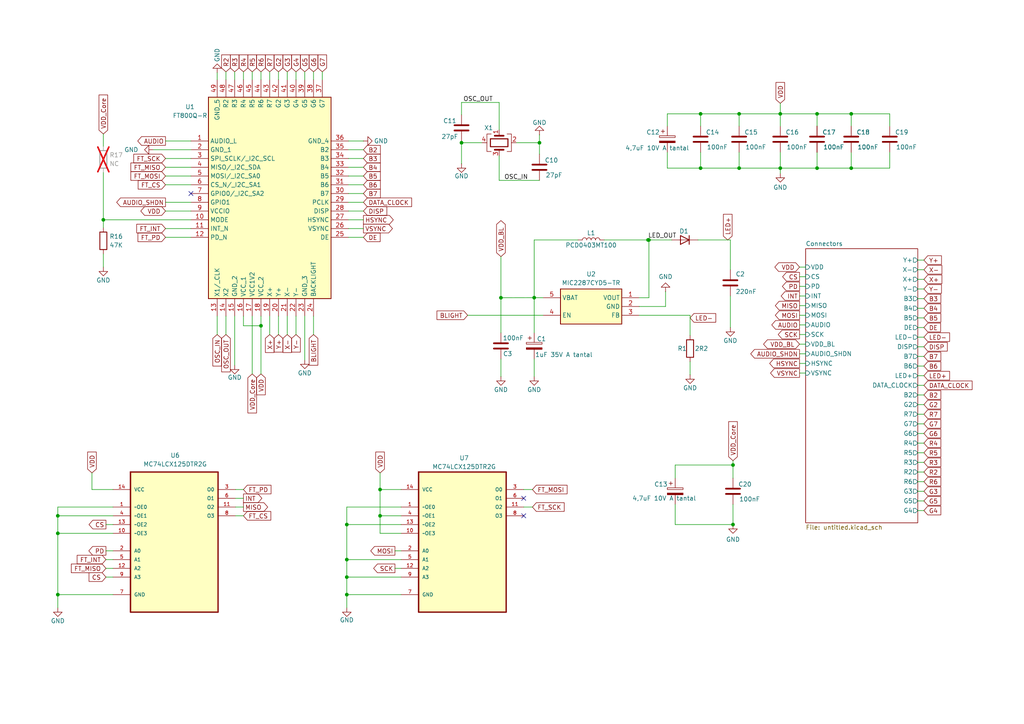
<source format=kicad_sch>
(kicad_sch (version 20231120) (generator "eeschema") (generator_version "8.0")
  (paper "A4")
  (title_block (date "2024-05-20") (company "Hamza BÜLKÜ") (comment 1 "BOARDOZA"))
  (lib_symbols
    (symbol "74LCX125MTC:74LCX125MTC" (pin_names (offset 1.016))
      (property "Reference" "U" (at -5.4872 20.2215 0))
      (property "Value" "74LCX125MTC" (at -4.474 -26.9711 0))
      (symbol "74LCX125MTC_0_0"
        (rectangle (start -12.7 -22.86) (end 12.7 17.78) (stroke (width 0.4064)) (fill (type background)))
        (pin input line (at -17.78 7.62 0) (length 5.08) (name "~OE0") (number "1"))
        (pin input line (at -17.78 0 0) (length 5.08) (name "~OE3") (number "10"))
        (pin output line (at 17.78 7.62 180) (length 5.08) (name "O2") (number "11"))
        (pin input line (at -17.78 -10.16 0) (length 5.08) (name "A2") (number "12"))
        (pin input line (at -17.78 2.54 0) (length 5.08) (name "~OE2") (number "13"))
        (pin power_in line (at -17.78 12.7 0) (length 5.08) (name "VCC") (number "14"))
        (pin input line (at -17.78 -5.08 0) (length 5.08) (name "A0") (number "2"))
        (pin output line (at 17.78 12.7 180) (length 5.08) (name "O0") (number "3"))
        (pin input line (at -17.78 5.08 0) (length 5.08) (name "~OE1") (number "4"))
        (pin input line (at -17.78 -7.62 0) (length 5.08) (name "A1") (number "5"))
        (pin output line (at 17.78 10.16 180) (length 5.08) (name "O1") (number "6"))
        (pin passive line (at -17.78 -17.78 0) (length 5.08) (name "GND") (number "7"))
        (pin output line (at 17.78 5.08 180) (length 5.08) (name "O3") (number "8"))
        (pin input line (at -17.78 -12.7 0) (length 5.08) (name "A3") (number "9"))
      )
    )
    (symbol "Device:C" (pin_numbers hide) (pin_names (offset 0.254))
      (property "Reference" "C" (at 0.635 2.54 0))
      (property "Value" "C" (at 0.635 -2.54 0))
      (symbol "C_0_1"
        (polyline (pts (xy -2.032 -0.762) (xy 2.032 -0.762)) (stroke (width 0.508)))
        (polyline (pts (xy -2.032 0.762) (xy 2.032 0.762)) (stroke (width 0.508)))
      )
      (symbol "C_1_1"
        (pin passive line (at 0 3.81 270) (length 2.794) (name "~") (number "1"))
        (pin passive line (at 0 -3.81 90) (length 2.794) (name "~") (number "2"))
      )
    )
    (symbol "Device:C_Polarized" (pin_numbers hide) (pin_names (offset 0.254))
      (property "Reference" "C" (at 0.635 2.54 0))
      (property "Value" "C_Polarized" (at 0.635 -2.54 0))
      (symbol "C_Polarized_0_1"
        (rectangle (start -2.286 0.508) (end 2.286 1.016))
        (polyline (pts (xy -1.778 2.286) (xy -0.762 2.286)))
        (polyline (pts (xy -1.27 2.794) (xy -1.27 1.778)))
        (rectangle (start 2.286 -0.508) (end -2.286 -1.016) (fill (type outline)))
      )
      (symbol "C_Polarized_1_1"
        (pin passive line (at 0 3.81 270) (length 2.794) (name "~") (number "1"))
        (pin passive line (at 0 -3.81 90) (length 2.794) (name "~") (number "2"))
      )
    )
    (symbol "Device:Crystal_GND24" (pin_names (offset 1.016) hide)
      (property "Reference" "Y" (at 3.175 5.08 0))
      (property "Value" "Crystal_GND24" (at 3.175 3.175 0))
      (symbol "Crystal_GND24_0_1"
        (rectangle (start -1.143 2.54) (end 1.143 -2.54) (stroke (width 0.3048)))
        (polyline (pts (xy -2.54 0) (xy -2.032 0)))
        (polyline (pts (xy -2.032 -1.27) (xy -2.032 1.27)) (stroke (width 0.508)))
        (polyline (pts (xy 0 -3.81) (xy 0 -3.556)))
        (polyline (pts (xy 0 3.556) (xy 0 3.81)))
        (polyline (pts (xy 2.032 -1.27) (xy 2.032 1.27)) (stroke (width 0.508)))
        (polyline (pts (xy 2.032 0) (xy 2.54 0)))
        (polyline (pts (xy -2.54 -2.286) (xy -2.54 -3.556) (xy 2.54 -3.556) (xy 2.54 -2.286)))
        (polyline (pts (xy -2.54 2.286) (xy -2.54 3.556) (xy 2.54 3.556) (xy 2.54 2.286)))
      )
      (symbol "Crystal_GND24_1_1"
        (pin passive line (at -3.81 0 0) (length 1.27) (name "1") (number "1"))
        (pin passive line (at 0 5.08 270) (length 1.27) (name "2") (number "2"))
        (pin passive line (at 3.81 0 180) (length 1.27) (name "3") (number "3"))
        (pin passive line (at 0 -5.08 90) (length 1.27) (name "4") (number "4"))
      )
    )
    (symbol "Device:D" (pin_numbers hide) (pin_names (offset 1.016) hide)
      (property "Reference" "D" (at 0 2.54 0))
      (property "Value" "D" (at 0 -2.54 0))
      (symbol "D_0_1"
        (polyline (pts (xy -1.27 1.27) (xy -1.27 -1.27)) (stroke (width 0.254)))
        (polyline (pts (xy 1.27 0) (xy -1.27 0)))
        (polyline (pts (xy 1.27 1.27) (xy 1.27 -1.27) (xy -1.27 0) (xy 1.27 1.27)) (stroke (width 0.254)))
      )
      (symbol "D_1_1"
        (pin passive line (at -3.81 0 0) (length 2.54) (name "K") (number "1"))
        (pin passive line (at 3.81 0 180) (length 2.54) (name "A") (number "2"))
      )
    )
    (symbol "Device:L" (pin_numbers hide) (pin_names (offset 1.016) hide)
      (property "Reference" "L" (at -1.27 0 90))
      (property "Value" "L" (at 1.905 0 90))
      (symbol "L_0_1"
        (arc (start 0 -2.54) (mid 0.6323 -1.905) (end 0 -1.27))
        (arc (start 0 -1.27) (mid 0.6323 -0.635) (end 0 0))
        (arc (start 0 0) (mid 0.6323 0.635) (end 0 1.27))
        (arc (start 0 1.27) (mid 0.6323 1.905) (end 0 2.54))
      )
      (symbol "L_1_1"
        (pin passive line (at 0 3.81 270) (length 1.27) (name "1") (number "1"))
        (pin passive line (at 0 -3.81 90) (length 1.27) (name "2") (number "2"))
      )
    )
    (symbol "Device:R" (pin_numbers hide) (pin_names (offset 0))
      (property "Reference" "R" (at 2.032 0 90))
      (property "Value" "R" (at 0 0 90))
      (symbol "R_0_1"
        (rectangle (start -1.016 -2.54) (end 1.016 2.54) (stroke (width 0.254)))
      )
      (symbol "R_1_1"
        (pin passive line (at 0 3.81 270) (length 1.27) (name "~") (number "1"))
        (pin passive line (at 0 -3.81 90) (length 1.27) (name "~") (number "2"))
      )
    )
    (symbol "FT800Q-R:FT800Q-R"
      (property "Reference" "IC" (at 41.91 17.78 0))
      (property "Value" "FT800Q-R" (at 41.91 15.24 0))
      (symbol "FT800Q-R_1_1"
        (rectangle (start 5.08 12.7) (end 40.64 -45.72) (stroke (width 0.254)) (fill (type background)))
        (pin passive line (at 0 0 0) (length 5.08) (name "AUDIO_L") (number "1"))
        (pin passive line (at 0 -22.86 0) (length 5.08) (name "MODE") (number "10"))
        (pin passive line (at 0 -25.4 0) (length 5.08) (name "INT_N") (number "11"))
        (pin passive line (at 0 -27.94 0) (length 5.08) (name "PD_N") (number "12"))
        (pin passive line (at 7.62 -50.8 90) (length 5.08) (name "X1/_CLK") (number "13"))
        (pin passive line (at 10.16 -50.8 90) (length 5.08) (name "X2") (number "14"))
        (pin passive line (at 12.7 -50.8 90) (length 5.08) (name "GND_2") (number "15"))
        (pin passive line (at 15.24 -50.8 90) (length 5.08) (name "VCC_1") (number "16"))
        (pin passive line (at 17.78 -50.8 90) (length 5.08) (name "VCC1V2") (number "17"))
        (pin passive line (at 20.32 -50.8 90) (length 5.08) (name "VCC_2") (number "18"))
        (pin passive line (at 22.86 -50.8 90) (length 5.08) (name "X+") (number "19"))
        (pin passive line (at 0 -2.54 0) (length 5.08) (name "GND_1") (number "2"))
        (pin passive line (at 25.4 -50.8 90) (length 5.08) (name "Y+") (number "20"))
        (pin passive line (at 27.94 -50.8 90) (length 5.08) (name "X-") (number "21"))
        (pin passive line (at 30.48 -50.8 90) (length 5.08) (name "Y-") (number "22"))
        (pin passive line (at 33.02 -50.8 90) (length 5.08) (name "GND_3") (number "23"))
        (pin passive line (at 35.56 -50.8 90) (length 5.08) (name "BACKLIGHT") (number "24"))
        (pin passive line (at 45.72 -27.94 180) (length 5.08) (name "DE") (number "25"))
        (pin passive line (at 45.72 -25.4 180) (length 5.08) (name "VSYNC") (number "26"))
        (pin passive line (at 45.72 -22.86 180) (length 5.08) (name "HSYNC") (number "27"))
        (pin passive line (at 45.72 -20.32 180) (length 5.08) (name "DISP") (number "28"))
        (pin passive line (at 45.72 -17.78 180) (length 5.08) (name "PCLK") (number "29"))
        (pin passive line (at 0 -5.08 0) (length 5.08) (name "SPI_SCLK/_I2C_SCL") (number "3"))
        (pin passive line (at 45.72 -15.24 180) (length 5.08) (name "B7") (number "30"))
        (pin passive line (at 45.72 -12.7 180) (length 5.08) (name "B6") (number "31"))
        (pin passive line (at 45.72 -10.16 180) (length 5.08) (name "B5") (number "32"))
        (pin passive line (at 45.72 -7.62 180) (length 5.08) (name "B4") (number "33"))
        (pin passive line (at 45.72 -5.08 180) (length 5.08) (name "B3") (number "34"))
        (pin passive line (at 45.72 -2.54 180) (length 5.08) (name "B2") (number "35"))
        (pin passive line (at 45.72 0 180) (length 5.08) (name "GND_4") (number "36"))
        (pin passive line (at 38.1 17.78 270) (length 5.08) (name "G7") (number "37"))
        (pin passive line (at 35.56 17.78 270) (length 5.08) (name "G6") (number "38"))
        (pin passive line (at 33.02 17.78 270) (length 5.08) (name "G5") (number "39"))
        (pin passive line (at 0 -7.62 0) (length 5.08) (name "MISO/_I2C_SDA") (number "4"))
        (pin passive line (at 30.48 17.78 270) (length 5.08) (name "G4") (number "40"))
        (pin passive line (at 27.94 17.78 270) (length 5.08) (name "G3") (number "41"))
        (pin passive line (at 25.4 17.78 270) (length 5.08) (name "G2") (number "42"))
        (pin passive line (at 22.86 17.78 270) (length 5.08) (name "R7") (number "43"))
        (pin passive line (at 20.32 17.78 270) (length 5.08) (name "R6") (number "44"))
        (pin passive line (at 17.78 17.78 270) (length 5.08) (name "R5") (number "45"))
        (pin passive line (at 15.24 17.78 270) (length 5.08) (name "R4") (number "46"))
        (pin passive line (at 12.7 17.78 270) (length 5.08) (name "R3") (number "47"))
        (pin passive line (at 10.16 17.78 270) (length 5.08) (name "R2") (number "48"))
        (pin passive line (at 7.62 17.78 270) (length 5.08) (name "GND_5") (number "49"))
        (pin passive line (at 0 -10.16 0) (length 5.08) (name "MOSI/_I2C_SA0") (number "5"))
        (pin passive line (at 0 -12.7 0) (length 5.08) (name "CS_N/_I2C_SA1") (number "6"))
        (pin passive line (at 0 -15.24 0) (length 5.08) (name "GPIO0/_I2C_SA2") (number "7"))
        (pin passive line (at 0 -17.78 0) (length 5.08) (name "GPIO1") (number "8"))
        (pin passive line (at 0 -20.32 0) (length 5.08) (name "VCCIO") (number "9"))
      )
    )
    (symbol "NCP5005SNT1G:NCP5005SNT1G"
      (property "Reference" "U2" (at 13.97 -11.938 0))
      (property "Value" "NCP5005SNT1G" (at 13.97 -9.398 0))
      (symbol "NCP5005SNT1G_1_1"
        (rectangle (start 5.08 2.54) (end 22.86 -7.62) (stroke (width 0.254)) (fill (type background)))
        (pin output line (at 0 -5.08 0) (length 5.08) (name "VOUT") (number "1"))
        (pin power_in line (at 0 -2.54 0) (length 5.08) (name "GND") (number "2"))
        (pin passive line (at 0 0 0) (length 5.08) (name "FB") (number "3"))
        (pin passive line (at 27.94 0 180) (length 5.08) (name "EN") (number "4"))
        (pin passive line (at 27.94 -5.08 180) (length 5.08) (name "VBAT") (number "5"))
      )
    )
    (symbol "power:GND" (power) (pin_numbers hide) (pin_names (offset 0) hide)
      (property "Value" "GND" (at 0 -3.81 0))
      (symbol "GND_0_1"
        (polyline (pts (xy 0 0) (xy 0 -1.27) (xy 1.27 -1.27) (xy 0 -2.54) (xy -1.27 -1.27) (xy 0 -1.27)))
      )
      (symbol "GND_1_1"
        (pin power_in line (at 0 0 270) (length 0) (name "~") (number "1"))
      )
    )
  )
  (junction (at 100.584 167.386))
  (junction (at 100.584 152.146))
  (junction (at 16.764 149.606))
  (junction (at 133.858 41.402))
  (junction (at 154.94 86.3337))
  (junction (at 214.376 48.768))
  (junction (at 212.598 152.146))
  (junction (at 145.288 86.36))
  (junction (at 16.764 154.686))
  (junction (at 236.982 48.768))
  (junction (at 110.236 141.986))
  (junction (at 214.376 33.02))
  (junction (at 156.464 41.402))
  (junction (at 203.2 48.768))
  (junction (at 75.692 94.488))
  (junction (at 203.2 33.02))
  (junction (at 187.96 69.596))
  (junction (at 29.972 63.754))
  (junction (at 212.598 134.874))
  (junction (at 110.236 149.606))
  (junction (at 188.214 69.596))
  (junction (at 226.314 33.02))
  (junction (at 246.888 33.02))
  (junction (at 236.982 33.02))
  (junction (at 246.888 48.768))
  (junction (at 16.764 172.466))
  (junction (at 226.314 48.768))
  (junction (at 100.584 172.466))
  (junction (at 100.584 162.306))
  (no_connect (at 151.892 149.606))
  (no_connect (at 151.892 144.526))
  (no_connect (at 55.372 56.134))
  (wire (pts (xy 90.932 91.694) (xy 90.932 97.028)))
  (wire (pts (xy 211.836 85.852) (xy 211.836 94.996)))
  (wire (pts (xy 266.192 103.378) (xy 267.97 103.378)))
  (wire (pts (xy 266.192 125.73) (xy 267.97 125.73)))
  (wire (pts (xy 156.464 41.402) (xy 156.464 39.116)))
  (wire (pts (xy 16.764 149.606) (xy 16.764 154.686)))
  (wire (pts (xy 154.94 69.596) (xy 154.94 86.3337)))
  (wire (pts (xy 16.764 172.466) (xy 16.764 176.276)))
  (wire (pts (xy 90.932 20.828) (xy 90.932 23.114)))
  (wire (pts (xy 78.232 91.694) (xy 78.232 97.028)))
  (wire (pts (xy 93.472 23.114) (xy 93.472 20.828)))
  (wire (pts (xy 193.548 44.196) (xy 193.548 48.768)))
  (wire (pts (xy 73.152 91.694) (xy 73.152 108.458)))
  (wire (pts (xy 30.734 167.386) (xy 32.766 167.386)))
  (wire (pts (xy 187.96 69.342) (xy 187.96 69.596)))
  (wire (pts (xy 144.78 52.324) (xy 156.464 52.324)))
  (wire (pts (xy 48.006 51.054) (xy 55.372 51.054)))
  (wire (pts (xy 26.67 141.986) (xy 26.67 137.16)))
  (wire (pts (xy 231.902 85.852) (xy 233.68 85.852)))
  (wire (pts (xy 266.192 106.172) (xy 267.97 106.172)))
  (wire (pts (xy 195.834 138.684) (xy 195.834 134.874)))
  (wire (pts (xy 100.584 172.466) (xy 100.584 176.276)))
  (wire (pts (xy 30.734 152.146) (xy 32.766 152.146)))
  (wire (pts (xy 266.192 131.318) (xy 267.97 131.318)))
  (wire (pts (xy 101.092 66.294) (xy 105.41 66.294)))
  (wire (pts (xy 266.192 134.112) (xy 267.97 134.112)))
  (wire (pts (xy 154.94 104.14) (xy 154.94 109.22)))
  (wire (pts (xy 175.26 69.596) (xy 187.96 69.596)))
  (wire (pts (xy 203.2 44.196) (xy 203.2 48.768)))
  (wire (pts (xy 100.584 162.306) (xy 116.332 162.306)))
  (wire (pts (xy 100.584 172.466) (xy 116.332 172.466)))
  (wire (pts (xy 236.982 33.02) (xy 246.888 33.02)))
  (wire (pts (xy 101.092 53.594) (xy 105.41 53.594)))
  (wire (pts (xy 101.092 43.434) (xy 105.41 43.434)))
  (wire (pts (xy 73.152 20.828) (xy 73.152 23.114)))
  (wire (pts (xy 78.232 20.828) (xy 78.232 23.114)))
  (wire (pts (xy 266.192 81.026) (xy 267.97 81.026)))
  (wire (pts (xy 70.612 149.606) (xy 68.326 149.606)))
  (wire (pts (xy 29.972 50.038) (xy 29.972 63.754)))
  (wire (pts (xy 214.376 33.02) (xy 214.376 36.576)))
  (wire (pts (xy 70.612 91.694) (xy 70.612 94.488)))
  (wire (pts (xy 75.692 20.828) (xy 75.692 23.114)))
  (wire (pts (xy 200.152 91.44) (xy 200.152 97.282)))
  (wire (pts (xy 185.42 88.9) (xy 193.04 88.9)))
  (wire (pts (xy 16.764 149.606) (xy 32.766 149.606)))
  (wire (pts (xy 145.288 74.422) (xy 145.288 86.36)))
  (wire (pts (xy 266.192 128.524) (xy 267.97 128.524)))
  (wire (pts (xy 212.598 133.604) (xy 212.598 134.874)))
  (wire (pts (xy 154.94 86.3337) (xy 157.48 86.36)))
  (wire (pts (xy 65.532 20.828) (xy 65.532 23.114)))
  (wire (pts (xy 214.376 33.02) (xy 226.314 33.02)))
  (wire (pts (xy 226.314 44.196) (xy 226.314 48.768)))
  (wire (pts (xy 29.972 77.47) (xy 29.972 73.66)))
  (wire (pts (xy 88.392 104.394) (xy 88.392 91.694)))
  (wire (pts (xy 266.192 139.7) (xy 267.97 139.7)))
  (wire (pts (xy 226.314 33.02) (xy 236.982 33.02)))
  (wire (pts (xy 83.312 91.694) (xy 83.312 97.028)))
  (wire (pts (xy 110.236 154.686) (xy 110.236 149.606)))
  (wire (pts (xy 202.438 69.596) (xy 211.836 69.596)))
  (wire (pts (xy 70.612 147.066) (xy 68.326 147.066)))
  (wire (pts (xy 231.902 108.204) (xy 233.68 108.204)))
  (wire (pts (xy 193.548 48.768) (xy 203.2 48.768)))
  (wire (pts (xy 266.192 97.79) (xy 267.97 97.79)))
  (wire (pts (xy 16.764 154.686) (xy 16.764 172.466)))
  (wire (pts (xy 48.006 40.894) (xy 55.372 40.894)))
  (wire (pts (xy 75.692 108.458) (xy 75.692 94.488)))
  (wire (pts (xy 266.192 86.614) (xy 267.97 86.614)))
  (wire (pts (xy 156.464 41.402) (xy 156.464 44.704)))
  (wire (pts (xy 100.584 152.146) (xy 116.332 152.146)))
  (wire (pts (xy 200.152 108.712) (xy 200.152 104.902)))
  (wire (pts (xy 231.902 80.264) (xy 233.68 80.264)))
  (wire (pts (xy 48.006 58.674) (xy 55.372 58.674)))
  (wire (pts (xy 185.42 91.44) (xy 200.152 91.44)))
  (wire (pts (xy 101.092 61.214) (xy 105.41 61.214)))
  (wire (pts (xy 266.192 108.966) (xy 267.97 108.966)))
  (wire (pts (xy 48.006 53.594) (xy 55.372 53.594)))
  (wire (pts (xy 203.2 33.02) (xy 214.376 33.02)))
  (wire (pts (xy 65.532 91.694) (xy 65.532 97.028)))
  (wire (pts (xy 85.852 91.694) (xy 85.852 97.028)))
  (wire (pts (xy 154.432 141.986) (xy 151.892 141.986)))
  (wire (pts (xy 258.064 33.02) (xy 258.064 36.576)))
  (wire (pts (xy 16.764 172.466) (xy 32.766 172.466)))
  (wire (pts (xy 101.092 58.674) (xy 105.41 58.674)))
  (wire (pts (xy 226.314 48.768) (xy 214.376 48.768)))
  (wire (pts (xy 231.902 83.058) (xy 233.68 83.058)))
  (wire (pts (xy 48.006 68.834) (xy 55.372 68.834)))
  (wire (pts (xy 188.214 69.596) (xy 194.818 69.596)))
  (wire (pts (xy 110.236 141.986) (xy 110.236 137.16)))
  (wire (pts (xy 145.288 86.36) (xy 154.94 86.3337)))
  (wire (pts (xy 246.888 33.02) (xy 246.888 36.576)))
  (wire (pts (xy 231.902 99.822) (xy 233.68 99.822)))
  (wire (pts (xy 212.598 146.304) (xy 212.598 152.146)))
  (wire (pts (xy 101.092 63.754) (xy 105.41 63.754)))
  (wire (pts (xy 44.45 43.434) (xy 55.372 43.434)))
  (wire (pts (xy 105.41 40.894) (xy 101.092 40.894)))
  (wire (pts (xy 195.834 146.304) (xy 195.834 152.146)))
  (wire (pts (xy 258.064 44.196) (xy 258.064 48.768)))
  (wire (pts (xy 30.734 164.846) (xy 32.766 164.846)))
  (wire (pts (xy 246.888 33.02) (xy 258.064 33.02)))
  (wire (pts (xy 266.192 117.348) (xy 267.97 117.348)))
  (wire (pts (xy 80.772 91.694) (xy 80.772 97.028)))
  (wire (pts (xy 154.432 147.066) (xy 151.892 147.066)))
  (wire (pts (xy 231.902 97.028) (xy 233.68 97.028)))
  (wire (pts (xy 231.902 105.41) (xy 233.68 105.41)))
  (wire (pts (xy 100.584 152.146) (xy 100.584 162.306)))
  (wire (pts (xy 167.64 69.596) (xy 154.94 69.596)))
  (wire (pts (xy 266.192 100.584) (xy 267.97 100.584)))
  (wire (pts (xy 266.192 120.142) (xy 267.97 120.142)))
  (wire (pts (xy 188.214 69.596) (xy 187.96 69.596)))
  (wire (pts (xy 149.86 41.402) (xy 156.464 41.402)))
  (wire (pts (xy 16.764 147.066) (xy 16.764 149.606)))
  (wire (pts (xy 266.192 75.438) (xy 267.97 75.438)))
  (wire (pts (xy 212.598 134.874) (xy 212.598 138.684)))
  (wire (pts (xy 116.332 141.986) (xy 110.236 141.986)))
  (wire (pts (xy 88.392 20.828) (xy 88.392 23.114)))
  (wire (pts (xy 48.006 48.514) (xy 55.372 48.514)))
  (wire (pts (xy 266.192 83.82) (xy 267.97 83.82)))
  (wire (pts (xy 246.888 44.196) (xy 246.888 48.768)))
  (wire (pts (xy 133.858 29.718) (xy 133.858 33.274)))
  (wire (pts (xy 145.288 86.36) (xy 145.288 96.52)))
  (wire (pts (xy 188.214 86.36) (xy 185.42 86.36)))
  (wire (pts (xy 100.584 167.386) (xy 116.332 167.386)))
  (wire (pts (xy 266.192 145.288) (xy 267.97 145.288)))
  (wire (pts (xy 144.78 37.592) (xy 144.78 29.718)))
  (wire (pts (xy 139.7 41.402) (xy 133.858 41.402)))
  (wire (pts (xy 145.288 104.14) (xy 145.288 109.22)))
  (wire (pts (xy 114.554 164.846) (xy 116.332 164.846)))
  (wire (pts (xy 144.78 29.718) (xy 133.858 29.718)))
  (wire (pts (xy 246.888 48.768) (xy 236.982 48.768)))
  (wire (pts (xy 226.314 50.292) (xy 226.314 48.768)))
  (wire (pts (xy 101.092 68.834) (xy 105.41 68.834)))
  (wire (pts (xy 75.692 94.488) (xy 75.692 91.694)))
  (wire (pts (xy 70.612 144.526) (xy 68.326 144.526)))
  (wire (pts (xy 100.584 162.306) (xy 100.584 167.386)))
  (wire (pts (xy 266.192 136.906) (xy 267.97 136.906)))
  (wire (pts (xy 101.092 45.974) (xy 105.41 45.974)))
  (wire (pts (xy 266.192 94.996) (xy 267.97 94.996)))
  (wire (pts (xy 203.2 36.576) (xy 203.2 33.02)))
  (wire (pts (xy 29.972 38.862) (xy 29.972 42.418)))
  (wire (pts (xy 62.992 91.694) (xy 62.992 97.028)))
  (wire (pts (xy 100.584 147.066) (xy 100.584 152.146)))
  (wire (pts (xy 70.612 20.828) (xy 70.612 23.114)))
  (wire (pts (xy 266.192 142.494) (xy 267.97 142.494)))
  (wire (pts (xy 266.192 92.202) (xy 267.97 92.202)))
  (wire (pts (xy 83.312 20.828) (xy 83.312 23.114)))
  (wire (pts (xy 144.78 45.212) (xy 144.78 52.324)))
  (wire (pts (xy 231.902 102.616) (xy 233.68 102.616)))
  (wire (pts (xy 214.376 48.768) (xy 203.2 48.768)))
  (wire (pts (xy 193.548 33.02) (xy 203.2 33.02)))
  (wire (pts (xy 195.834 134.874) (xy 212.598 134.874)))
  (wire (pts (xy 32.766 141.986) (xy 26.67 141.986)))
  (wire (pts (xy 236.982 48.768) (xy 226.314 48.768)))
  (wire (pts (xy 101.092 56.134) (xy 105.41 56.134)))
  (wire (pts (xy 226.314 29.972) (xy 226.314 33.02)))
  (wire (pts (xy 154.94 86.3337) (xy 154.94 96.52)))
  (wire (pts (xy 135.636 91.44) (xy 157.48 91.44)))
  (wire (pts (xy 29.972 63.754) (xy 55.372 63.754)))
  (wire (pts (xy 29.972 63.754) (xy 29.972 66.04)))
  (wire (pts (xy 226.314 33.02) (xy 226.314 36.576)))
  (wire (pts (xy 258.064 48.768) (xy 246.888 48.768)))
  (wire (pts (xy 85.852 20.828) (xy 85.852 23.114)))
  (wire (pts (xy 68.072 105.918) (xy 68.072 91.694)))
  (wire (pts (xy 266.192 78.232) (xy 267.97 78.232)))
  (wire (pts (xy 231.902 88.646) (xy 233.68 88.646)))
  (wire (pts (xy 30.734 162.306) (xy 32.766 162.306)))
  (wire (pts (xy 100.584 167.386) (xy 100.584 172.466)))
  (wire (pts (xy 188.214 69.596) (xy 188.214 86.36)))
  (wire (pts (xy 266.192 111.76) (xy 267.97 111.76)))
  (wire (pts (xy 48.006 61.214) (xy 55.372 61.214)))
  (wire (pts (xy 68.072 20.828) (xy 68.072 23.114)))
  (wire (pts (xy 70.612 141.986) (xy 68.326 141.986)))
  (wire (pts (xy 214.376 44.196) (xy 214.376 48.768)))
  (wire (pts (xy 231.902 91.44) (xy 233.68 91.44)))
  (wire (pts (xy 266.192 114.554) (xy 267.97 114.554)))
  (wire (pts (xy 101.092 51.054) (xy 105.41 51.054)))
  (wire (pts (xy 266.192 148.082) (xy 267.97 148.082)))
  (wire (pts (xy 133.858 41.402) (xy 133.858 47.498)))
  (wire (pts (xy 266.192 122.936) (xy 267.97 122.936)))
  (wire (pts (xy 133.858 40.894) (xy 133.858 41.402)))
  (wire (pts (xy 101.092 48.514) (xy 105.41 48.514)))
  (wire (pts (xy 195.834 152.146) (xy 212.598 152.146)))
  (wire (pts (xy 70.612 94.488) (xy 75.692 94.488)))
  (wire (pts (xy 80.772 20.828) (xy 80.772 23.114)))
  (wire (pts (xy 30.734 159.766) (xy 32.766 159.766)))
  (wire (pts (xy 266.192 89.408) (xy 267.97 89.408)))
  (wire (pts (xy 236.982 33.02) (xy 236.982 36.576)))
  (wire (pts (xy 211.836 69.596) (xy 211.836 78.232)))
  (wire (pts (xy 116.332 154.686) (xy 110.236 154.686)))
  (wire (pts (xy 116.332 149.606) (xy 110.236 149.606)))
  (wire (pts (xy 48.006 45.974) (xy 55.372 45.974)))
  (wire (pts (xy 114.554 159.766) (xy 116.332 159.766)))
  (wire (pts (xy 193.04 88.9) (xy 193.04 84.582)))
  (wire (pts (xy 16.764 154.686) (xy 32.766 154.686)))
  (wire (pts (xy 231.902 77.47) (xy 233.68 77.47)))
  (wire (pts (xy 193.548 36.576) (xy 193.548 33.02)))
  (wire (pts (xy 62.992 21.082) (xy 62.992 23.114)))
  (wire (pts (xy 48.006 66.294) (xy 55.372 66.294)))
  (wire (pts (xy 110.236 149.606) (xy 110.236 141.986)))
  (wire (pts (xy 32.766 147.066) (xy 16.764 147.066)))
  (wire (pts (xy 231.902 94.234) (xy 233.68 94.234)))
  (wire (pts (xy 116.332 147.066) (xy 100.584 147.066)))
  (wire (pts (xy 236.982 44.196) (xy 236.982 48.768)))
  (label "OSC_OUT" (at 134.366 29.718 0))
  (label "OSC_IN" (at 153.162 52.324 180))
  (label "LED_OUT" (at 187.96 69.342 0))
  (global_label "R4" (shape input) (at 70.612 20.828 90) (property "Intersheetrefs" "${INTERSHEET_REFS}" (effects (hide yes))))
  (global_label "B5" (shape input) (at 105.41 51.054 0) (property "Intersheetrefs" "${INTERSHEET_REFS}" (effects (hide yes))))
  (global_label "VDD" (shape input) (at 110.236 137.16 90) (property "Intersheetrefs" "${INTERSHEET_REFS}" (effects (hide yes))))
  (global_label "LED-" (shape input) (at 267.97 97.79 0) (property "Intersheetrefs" "${INTERSHEET_REFS}" (effects (hide yes))))
  (global_label "OSC_IN" (shape input) (at 62.992 97.028 270) (property "Intersheetrefs" "${INTERSHEET_REFS}" (effects (hide yes))))
  (global_label "AUDIO" (shape output) (at 231.902 94.234 180) (property "Intersheetrefs" "${INTERSHEET_REFS}" (effects (hide yes))))
  (global_label "VSYNC" (shape output) (at 105.41 66.294 0) (property "Intersheetrefs" "${INTERSHEET_REFS}" (effects (hide yes))))
  (global_label "FT_SCK" (shape input) (at 48.006 45.974 180) (property "Intersheetrefs" "${INTERSHEET_REFS}" (effects (hide yes))))
  (global_label "VDD_Core" (shape input) (at 73.152 108.458 270) (property "Intersheetrefs" "${INTERSHEET_REFS}" (effects (hide yes))))
  (global_label "X+" (shape input) (at 267.97 81.026 0) (property "Intersheetrefs" "${INTERSHEET_REFS}" (effects (hide yes))))
  (global_label "R2" (shape input) (at 267.97 136.906 0) (property "Intersheetrefs" "${INTERSHEET_REFS}" (effects (hide yes))))
  (global_label "VDD" (shape input) (at 226.314 29.972 90) (property "Intersheetrefs" "${INTERSHEET_REFS}" (effects (hide yes))))
  (global_label "G3" (shape input) (at 267.97 142.494 0) (property "Intersheetrefs" "${INTERSHEET_REFS}" (effects (hide yes))))
  (global_label "FT_MOSI" (shape input) (at 48.006 51.054 180) (property "Intersheetrefs" "${INTERSHEET_REFS}" (effects (hide yes))))
  (global_label "CS" (shape output) (at 231.902 80.264 180) (property "Intersheetrefs" "${INTERSHEET_REFS}" (effects (hide yes))))
  (global_label "Y-" (shape input) (at 267.97 83.82 0) (property "Intersheetrefs" "${INTERSHEET_REFS}" (effects (hide yes))))
  (global_label "INT" (shape output) (at 70.612 144.526 0) (property "Intersheetrefs" "${INTERSHEET_REFS}" (effects (hide yes))))
  (global_label "B6" (shape input) (at 105.41 53.594 0) (property "Intersheetrefs" "${INTERSHEET_REFS}" (effects (hide yes))))
  (global_label "B2" (shape input) (at 267.97 114.554 0) (property "Intersheetrefs" "${INTERSHEET_REFS}" (effects (hide yes))))
  (global_label "X-" (shape input) (at 267.97 78.232 0) (property "Intersheetrefs" "${INTERSHEET_REFS}" (effects (hide yes))))
  (global_label "B5" (shape input) (at 267.97 92.202 0) (property "Intersheetrefs" "${INTERSHEET_REFS}" (effects (hide yes))))
  (global_label "G2" (shape input) (at 80.772 20.828 90) (property "Intersheetrefs" "${INTERSHEET_REFS}" (effects (hide yes))))
  (global_label "B4" (shape input) (at 105.41 48.514 0) (property "Intersheetrefs" "${INTERSHEET_REFS}" (effects (hide yes))))
  (global_label "B3" (shape input) (at 267.97 86.614 0) (property "Intersheetrefs" "${INTERSHEET_REFS}" (effects (hide yes))))
  (global_label "R3" (shape input) (at 68.072 20.828 90) (property "Intersheetrefs" "${INTERSHEET_REFS}" (effects (hide yes))))
  (global_label "G5" (shape input) (at 88.392 20.828 90) (property "Intersheetrefs" "${INTERSHEET_REFS}" (effects (hide yes))))
  (global_label "B2" (shape input) (at 105.41 43.434 0) (property "Intersheetrefs" "${INTERSHEET_REFS}" (effects (hide yes))))
  (global_label "VDD" (shape input) (at 75.692 108.458 270) (property "Intersheetrefs" "${INTERSHEET_REFS}" (effects (hide yes))))
  (global_label "B7" (shape input) (at 267.97 103.378 0) (property "Intersheetrefs" "${INTERSHEET_REFS}" (effects (hide yes))))
  (global_label "LED-" (shape input) (at 200.152 92.202 0) (property "Intersheetrefs" "${INTERSHEET_REFS}" (effects (hide yes))))
  (global_label "VDD_Core" (shape input) (at 212.598 133.604 90) (property "Intersheetrefs" "${INTERSHEET_REFS}" (effects (hide yes))))
  (global_label "BLIGHT" (shape input) (at 135.636 91.44 180) (property "Intersheetrefs" "${INTERSHEET_REFS}" (effects (hide yes))))
  (global_label "R7" (shape input) (at 267.97 120.142 0) (property "Intersheetrefs" "${INTERSHEET_REFS}" (effects (hide yes))))
  (global_label "G7" (shape input) (at 267.97 122.936 0) (property "Intersheetrefs" "${INTERSHEET_REFS}" (effects (hide yes))))
  (global_label "FT_PD" (shape input) (at 70.612 141.986 0) (property "Intersheetrefs" "${INTERSHEET_REFS}" (effects (hide yes))))
  (global_label "CS" (shape output) (at 30.734 152.146 180) (property "Intersheetrefs" "${INTERSHEET_REFS}" (effects (hide yes))))
  (global_label "G2" (shape input) (at 267.97 117.348 0) (property "Intersheetrefs" "${INTERSHEET_REFS}" (effects (hide yes))))
  (global_label "PD" (shape output) (at 30.734 159.766 180) (property "Intersheetrefs" "${INTERSHEET_REFS}" (effects (hide yes))))
  (global_label "FT_CS" (shape input) (at 48.006 53.594 180) (property "Intersheetrefs" "${INTERSHEET_REFS}" (effects (hide yes))))
  (global_label "FT_MISO" (shape input) (at 30.734 164.846 180) (property "Intersheetrefs" "${INTERSHEET_REFS}" (effects (hide yes))))
  (global_label "HSYNC" (shape output) (at 231.902 105.41 180) (property "Intersheetrefs" "${INTERSHEET_REFS}" (effects (hide yes))))
  (global_label "SCK" (shape output) (at 231.902 97.028 180) (property "Intersheetrefs" "${INTERSHEET_REFS}" (effects (hide yes))))
  (global_label "R6" (shape input) (at 75.692 20.828 90) (property "Intersheetrefs" "${INTERSHEET_REFS}" (effects (hide yes))))
  (global_label "B6" (shape input) (at 267.97 106.172 0) (property "Intersheetrefs" "${INTERSHEET_REFS}" (effects (hide yes))))
  (global_label "Y+" (shape input) (at 80.772 97.028 270) (property "Intersheetrefs" "${INTERSHEET_REFS}" (effects (hide yes))))
  (global_label "X+" (shape input) (at 78.232 97.028 270) (property "Intersheetrefs" "${INTERSHEET_REFS}" (effects (hide yes))))
  (global_label "Y+" (shape input) (at 267.97 75.438 0) (property "Intersheetrefs" "${INTERSHEET_REFS}" (effects (hide yes))))
  (global_label "R5" (shape input) (at 267.97 131.318 0) (property "Intersheetrefs" "${INTERSHEET_REFS}" (effects (hide yes))))
  (global_label "DE" (shape input) (at 105.41 68.834 0) (property "Intersheetrefs" "${INTERSHEET_REFS}" (effects (hide yes))))
  (global_label "G3" (shape input) (at 83.312 20.828 90) (property "Intersheetrefs" "${INTERSHEET_REFS}" (effects (hide yes))))
  (global_label "FT_MISO" (shape input) (at 48.006 48.514 180) (property "Intersheetrefs" "${INTERSHEET_REFS}" (effects (hide yes))))
  (global_label "DATA_CLOCK" (shape input) (at 267.97 111.76 0) (property "Intersheetrefs" "${INTERSHEET_REFS}" (effects (hide yes))))
  (global_label "PD" (shape output) (at 231.902 83.058 180) (property "Intersheetrefs" "${INTERSHEET_REFS}" (effects (hide yes))))
  (global_label "R2" (shape input) (at 65.532 20.828 90) (property "Intersheetrefs" "${INTERSHEET_REFS}" (effects (hide yes))))
  (global_label "LED+" (shape input) (at 211.074 69.596 90) (property "Intersheetrefs" "${INTERSHEET_REFS}" (effects (hide yes))))
  (global_label "R7" (shape input) (at 78.232 20.828 90) (property "Intersheetrefs" "${INTERSHEET_REFS}" (effects (hide yes))))
  (global_label "SCK" (shape output) (at 114.554 164.846 180) (property "Intersheetrefs" "${INTERSHEET_REFS}" (effects (hide yes))))
  (global_label "VDD_Core" (shape input) (at 29.972 38.862 90) (property "Intersheetrefs" "${INTERSHEET_REFS}" (effects (hide yes))))
  (global_label "AUDIO_SHDN" (shape output) (at 231.902 102.616 180) (property "Intersheetrefs" "${INTERSHEET_REFS}" (effects (hide yes))))
  (global_label "X-" (shape input) (at 83.312 97.028 270) (property "Intersheetrefs" "${INTERSHEET_REFS}" (effects (hide yes))))
  (global_label "DISP" (shape input) (at 267.97 100.584 0) (property "Intersheetrefs" "${INTERSHEET_REFS}" (effects (hide yes))))
  (global_label "FT_MOSI" (shape input) (at 154.432 141.986 0) (property "Intersheetrefs" "${INTERSHEET_REFS}" (effects (hide yes))))
  (global_label "VSYNC" (shape output) (at 231.902 108.204 180) (property "Intersheetrefs" "${INTERSHEET_REFS}" (effects (hide yes))))
  (global_label "VDD_BL" (shape bidirectional) (at 231.902 99.822 180) (property "Intersheetrefs" "${INTERSHEET_REFS}" (effects (hide yes))))
  (global_label "R6" (shape input) (at 267.97 139.7 0) (property "Intersheetrefs" "${INTERSHEET_REFS}" (effects (hide yes))))
  (global_label "G4" (shape input) (at 267.97 148.082 0) (property "Intersheetrefs" "${INTERSHEET_REFS}" (effects (hide yes))))
  (global_label "DATA_CLOCK" (shape input) (at 105.41 58.674 0) (property "Intersheetrefs" "${INTERSHEET_REFS}" (effects (hide yes))))
  (global_label "G6" (shape input) (at 267.97 125.73 0) (property "Intersheetrefs" "${INTERSHEET_REFS}" (effects (hide yes))))
  (global_label "FT_INT" (shape input) (at 48.006 66.294 180) (property "Intersheetrefs" "${INTERSHEET_REFS}" (effects (hide yes))))
  (global_label "B3" (shape input) (at 105.41 45.974 0) (property "Intersheetrefs" "${INTERSHEET_REFS}" (effects (hide yes))))
  (global_label "R5" (shape input) (at 73.152 20.828 90) (property "Intersheetrefs" "${INTERSHEET_REFS}" (effects (hide yes))))
  (global_label "VDD" (shape input) (at 26.67 137.16 90) (property "Intersheetrefs" "${INTERSHEET_REFS}" (effects (hide yes))))
  (global_label "CS" (shape input) (at 30.734 167.386 180) (property "Intersheetrefs" "${INTERSHEET_REFS}" (effects (hide yes))))
  (global_label "DE" (shape input) (at 267.97 94.996 0) (property "Intersheetrefs" "${INTERSHEET_REFS}" (effects (hide yes))))
  (global_label "HSYNC" (shape output) (at 105.41 63.754 0) (property "Intersheetrefs" "${INTERSHEET_REFS}" (effects (hide yes))))
  (global_label "MOSI" (shape output) (at 114.554 159.766 180) (property "Intersheetrefs" "${INTERSHEET_REFS}" (effects (hide yes))))
  (global_label "OSC_OUT" (shape input) (at 65.532 97.028 270) (property "Intersheetrefs" "${INTERSHEET_REFS}" (effects (hide yes))))
  (global_label "AUDIO_SHDN" (shape output) (at 48.006 58.674 180) (property "Intersheetrefs" "${INTERSHEET_REFS}" (effects (hide yes))))
  (global_label "G5" (shape input) (at 267.97 145.288 0) (property "Intersheetrefs" "${INTERSHEET_REFS}" (effects (hide yes))))
  (global_label "B4" (shape input) (at 267.97 89.408 0) (property "Intersheetrefs" "${INTERSHEET_REFS}" (effects (hide yes))))
  (global_label "G4" (shape input) (at 85.852 20.828 90) (property "Intersheetrefs" "${INTERSHEET_REFS}" (effects (hide yes))))
  (global_label "G7" (shape input) (at 93.472 20.828 90) (property "Intersheetrefs" "${INTERSHEET_REFS}" (effects (hide yes))))
  (global_label "VDD_BL" (shape bidirectional) (at 145.288 74.422 90) (property "Intersheetrefs" "${INTERSHEET_REFS}" (effects (hide yes))))
  (global_label "FT_SCK" (shape input) (at 154.432 147.066 0) (property "Intersheetrefs" "${INTERSHEET_REFS}" (effects (hide yes))))
  (global_label "MISO" (shape output) (at 231.902 88.646 180) (property "Intersheetrefs" "${INTERSHEET_REFS}" (effects (hide yes))))
  (global_label "MISO" (shape output) (at 70.612 147.066 0) (property "Intersheetrefs" "${INTERSHEET_REFS}" (effects (hide yes))))
  (global_label "Y-" (shape input) (at 85.852 97.028 270) (property "Intersheetrefs" "${INTERSHEET_REFS}" (effects (hide yes))))
  (global_label "FT_CS" (shape input) (at 70.612 149.606 0) (property "Intersheetrefs" "${INTERSHEET_REFS}" (effects (hide yes))))
  (global_label "FT_INT" (shape input) (at 30.734 162.306 180) (property "Intersheetrefs" "${INTERSHEET_REFS}" (effects (hide yes))))
  (global_label "VDD" (shape bidirectional) (at 231.902 77.47 180) (property "Intersheetrefs" "${INTERSHEET_REFS}" (effects (hide yes))))
  (global_label "FT_PD" (shape input) (at 48.006 68.834 180) (property "Intersheetrefs" "${INTERSHEET_REFS}" (effects (hide yes))))
  (global_label "B7" (shape input) (at 105.41 56.134 0) (property "Intersheetrefs" "${INTERSHEET_REFS}" (effects (hide yes))))
  (global_label "MOSI" (shape output) (at 231.902 91.44 180) (property "Intersheetrefs" "${INTERSHEET_REFS}" (effects (hide yes))))
  (global_label "INT" (shape output) (at 231.902 85.852 180) (property "Intersheetrefs" "${INTERSHEET_REFS}" (effects (hide yes))))
  (global_label "G6" (shape input) (at 90.932 20.828 90) (property "Intersheetrefs" "${INTERSHEET_REFS}" (effects (hide yes))))
  (global_label "BLIGHT" (shape input) (at 90.932 97.028 270) (property "Intersheetrefs" "${INTERSHEET_REFS}" (effects (hide yes))))
  (global_label "VDD" (shape bidirectional) (at 48.006 61.214 180) (property "Intersheetrefs" "${INTERSHEET_REFS}" (effects (hide yes))))
  (global_label "R3" (shape input) (at 267.97 134.112 0) (property "Intersheetrefs" "${INTERSHEET_REFS}" (effects (hide yes))))
  (global_label "R4" (shape input) (at 267.97 128.524 0) (property "Intersheetrefs" "${INTERSHEET_REFS}" (effects (hide yes))))
  (global_label "DISP" (shape input) (at 105.41 61.214 0) (property "Intersheetrefs" "${INTERSHEET_REFS}" (effects (hide yes))))
  (global_label "AUDIO" (shape output) (at 48.006 40.894 180) (property "Intersheetrefs" "${INTERSHEET_REFS}" (effects (hide yes))))
  (global_label "LED+" (shape input) (at 267.97 108.966 0) (property "Intersheetrefs" "${INTERSHEET_REFS}" (effects (hide yes))))
  (symbol (lib_id "Device:Crystal_GND24") (at 144.78 41.402 270) (unit 1)
    (property "Reference" "X1" (at 141.732 37.084 90))
    (property "Value" "RH100-12.000-18-2020-TR" (effects (hide yes)))
    (property "Footprint" "Crystal:Crystal_SMD_3225-4Pin_3.2x2.5mm" (effects (hide yes)))
    (property "Description" "Four pin crystal, GND on pins 2 and 4" (effects (hide yes)))
    (property "MPN" "RH100-12.000-18-2020-TR" (effects (hide yes)))
  )
  (symbol (lib_id "power:GND") (at 44.45 43.434 270) (unit 1)
    (property "Reference" "#PWR01" (effects (hide yes)))
    (property "Value" "GND" (at 40.132 43.4339 90) (effects (justify right)))
    (property "Description" "Power symbol creates a global label with name \"GND\" , ground" (effects (hide yes)))
  )
  (symbol (lib_id "power:GND") (at 193.04 84.582 180) (unit 1)
    (property "Reference" "#PWR017" (effects (hide yes)))
    (property "Value" "GND" (at 193.04 80.264 0))
    (property "Description" "Power symbol creates a global label with name \"GND\" , ground" (effects (hide yes)))
  )
  (symbol (lib_id "Device:C") (at 258.064 40.386 0) (unit 1)
    (property "Reference" "C19" (at 259.588 38.354 0) (effects (justify left)))
    (property "Value" "100nF" (at 259.842 42.672 0) (effects (justify left)))
    (property "Footprint" "Capacitor_SMD:C_0603_1608Metric" (effects (hide yes)))
    (property "Description" "Unpolarized capacitor" (effects (hide yes)))
  )
  (symbol (lib_id "Device:C") (at 145.288 100.33 180) (unit 1)
    (property "Reference" "C3" (at 148.59 102.616 0) (effects (justify left)))
    (property "Value" "100nF" (at 151.892 98.044 0) (effects (justify left)))
    (property "Footprint" "Capacitor_SMD:C_0603_1608Metric" (effects (hide yes)))
    (property "Description" "Unpolarized capacitor" (effects (hide yes)))
  )
  (symbol (lib_id "74LCX125MTC:74LCX125MTC") (at 50.546 154.686 0) (unit 1)
    (property "Reference" "U6" (at 50.8 132.08 0))
    (property "Value" "MC74LCX125DTR2G" (at 50.8 134.62 0))
    (property "Footprint" "74LCX125:SOP65P640X120-14N" (effects (hide yes)))
    (property "MF" "ON Semiconductor" (effects (hide yes)))
    (property "Description_1" "\nBuffer, Non-Inverting 4 Element 1 Bit per Element 3-State Output 14-TSSOP\n" (effects (hide yes)))
    (property "PACKAGE" "TSSOP-14" (effects (hide yes)))
    (property "MPN" "MC74LCX125DTR2G" (effects (hide yes)))
    (property "Price" "None" (effects (hide yes)))
    (property "Package" "TSSOP WB-14 ON Semiconductor" (effects (hide yes)))
    (property "OC_FARNELL" "1467327" (effects (hide yes)))
    (property "SnapEDA_Link" "https://www.snapeda.com/parts/74LCX125MTC/Onsemi/view-part/?ref=snap" (effects (hide yes)))
    (property "MP" "74LCX125MTC" (effects (hide yes)))
    (property "SUPPLIER" "FAIRCHILD" (effects (hide yes)))
    (property "OC_NEWARK" "78K6287" (effects (hide yes)))
    (property "Availability" "In Stock" (effects (hide yes)))
    (property "Check_prices" "https://www.snapeda.com/parts/74LCX125MTC/Onsemi/view-part/?ref=eda" (effects (hide yes)))
  )
  (symbol (lib_id "power:GND") (at 88.392 104.394 0) (unit 1)
    (property "Reference" "#PWR05" (effects (hide yes)))
    (property "Value" "GND" (at 88.392 108.204 0))
    (property "Description" "Power symbol creates a global label with name \"GND\" , ground" (effects (hide yes)))
  )
  (symbol (lib_id "Device:C") (at 133.858 37.084 0) (unit 1)
    (property "Reference" "C11" (at 128.524 35.052 0) (effects (justify left)))
    (property "Value" "27pF" (at 128.016 39.624 0) (effects (justify left)))
    (property "Footprint" "Capacitor_SMD:C_0603_1608Metric" (effects (hide yes)))
    (property "Description" "Unpolarized capacitor" (effects (hide yes)))
  )
  (symbol (lib_id "power:GND") (at 68.072 105.918 0) (unit 1)
    (property "Reference" "#PWR03" (effects (hide yes)))
    (property "Value" "GND" (at 68.072 109.474 0))
    (property "Description" "Power symbol creates a global label with name \"GND\" , ground" (effects (hide yes)))
  )
  (symbol (lib_id "power:GND") (at 226.314 50.292 0) (unit 1)
    (property "Reference" "#PWR09" (effects (hide yes)))
    (property "Value" "GND" (at 226.314 54.356 0))
    (property "Description" "Power symbol creates a global label with name \"GND\" , ground" (effects (hide yes)))
  )
  (symbol (lib_id "power:GND") (at 145.288 109.22 0) (unit 1)
    (property "Reference" "#PWR015" (effects (hide yes)))
    (property "Value" "GND" (at 145.288 113.03 0))
    (property "Description" "Power symbol creates a global label with name \"GND\" , ground" (effects (hide yes)))
  )
  (symbol (lib_id "FT800Q-R:FT800Q-R") (at 55.372 40.894 0) (unit 1)
    (property "Reference" "U1" (at 55.118 30.988 0))
    (property "Value" "FT800Q-R" (at 55.118 33.528 0))
    (property "Footprint" "FT800:QFN50P700X700X100-49N-D" (effects (hide yes)))
    (property "Datasheet" "https://componentsearchengine.com/Datasheets/1/FT800Q-R.pdf" (effects (hide yes)))
    (property "Description" "Video ICs" (effects (hide yes)))
    (property "Height" "1" (effects (hide yes)))
    (property "Manufacturer_Name" "FTDI Chip" (effects (hide yes)))
    (property "Manufacturer_Part_Number" "FT800Q-R" (effects (hide yes)))
    (property "Mouser Part Number" "895-FT800Q-R" (effects (hide yes)))
    (property "Mouser Price/Stock" "http://www.mouser.com/Search/ProductDetail.aspx?qs=jtImr9hqsuHd6UEBTQJ1yw%3d%3d" (effects (hide yes)))
    (property "Arrow Part Number" "FT800Q-R" (effects (hide yes)))
    (property "Arrow Price/Stock" "https://www.arrow.com/en/products/ft800q-r/ftdi-chip" (effects (hide yes)))
    (property "MPN" "FT800Q-T" (effects (hide yes)))
  )
  (symbol (lib_id "power:GND") (at 133.858 47.498 0) (unit 1)
    (property "Reference" "#PWR02" (effects (hide yes)))
    (property "Value" "GND" (at 133.858 51.054 0))
    (property "Description" "Power symbol creates a global label with name \"GND\" , ground" (effects (hide yes)))
  )
  (symbol (lib_id "Device:C") (at 236.982 40.386 0) (unit 1)
    (property "Reference" "C17" (at 238.506 38.354 0) (effects (justify left)))
    (property "Value" "100nF" (at 238.76 42.672 0) (effects (justify left)))
    (property "Footprint" "Capacitor_SMD:C_0603_1608Metric" (effects (hide yes)))
    (property "Description" "Unpolarized capacitor" (effects (hide yes)))
  )
  (symbol (lib_id "power:GND") (at 62.992 21.082 180) (unit 1)
    (property "Reference" "#PWR033" (effects (hide yes)))
    (property "Value" "GND" (at 62.992 18.034 90) (effects (justify right)))
    (property "Description" "Power symbol creates a global label with name \"GND\" , ground" (effects (hide yes)))
  )
  (symbol (lib_id "Device:C") (at 246.888 40.386 0) (unit 1)
    (property "Reference" "C18" (at 248.412 38.354 0) (effects (justify left)))
    (property "Value" "100nF" (at 248.666 42.672 0) (effects (justify left)))
    (property "Footprint" "Capacitor_SMD:C_0603_1608Metric" (effects (hide yes)))
    (property "Description" "Unpolarized capacitor" (effects (hide yes)))
  )
  (symbol (lib_id "74LCX125MTC:74LCX125MTC") (at 134.112 154.686 0) (unit 1)
    (property "Reference" "U7" (at 134.62 132.842 0))
    (property "Value" "MC74LCX125DTR2G" (at 134.62 135.382 0))
    (property "Footprint" "74LCX125:SOP65P640X120-14N" (effects (hide yes)))
    (property "MF" "ON Semiconductor" (effects (hide yes)))
    (property "Description_1" "\nBuffer, Non-Inverting 4 Element 1 Bit per Element 3-State Output 14-TSSOP\n" (effects (hide yes)))
    (property "PACKAGE" "TSSOP-14" (effects (hide yes)))
    (property "MPN" "MC74LCX125DTR2G" (effects (hide yes)))
    (property "Price" "None" (effects (hide yes)))
    (property "Package" "TSSOP WB-14 ON Semiconductor" (effects (hide yes)))
    (property "OC_FARNELL" "1467327" (effects (hide yes)))
    (property "SnapEDA_Link" "https://www.snapeda.com/parts/74LCX125MTC/Onsemi/view-part/?ref=snap" (effects (hide yes)))
    (property "MP" "74LCX125MTC" (effects (hide yes)))
    (property "SUPPLIER" "FAIRCHILD" (effects (hide yes)))
    (property "OC_NEWARK" "78K6287" (effects (hide yes)))
    (property "Availability" "In Stock" (effects (hide yes)))
    (property "Check_prices" "https://www.snapeda.com/parts/74LCX125MTC/Onsemi/view-part/?ref=eda" (effects (hide yes)))
  )
  (symbol (lib_id "Device:R") (at 29.972 46.228 0) (unit 1) (dnp yes)
    (property "Reference" "R17" (at 31.75 44.9579 0) (effects (justify left)))
    (property "Value" "NC" (at 31.75 47.4979 0) (effects (justify left)))
    (property "Footprint" "Resistor_SMD:R_0603_1608Metric" (effects (hide yes)))
    (property "Description" "Resistor" (effects (hide yes)))
  )
  (symbol (lib_id "Device:C") (at 214.376 40.386 0) (unit 1)
    (property "Reference" "C15" (at 215.9 38.354 0) (effects (justify left)))
    (property "Value" "100nF" (at 216.154 42.672 0) (effects (justify left)))
    (property "Footprint" "Capacitor_SMD:C_0603_1608Metric" (effects (hide yes)))
    (property "Description" "Unpolarized capacitor" (effects (hide yes)))
  )
  (symbol (lib_id "power:GND") (at 16.764 176.276 0) (unit 1)
    (property "Reference" "#PWR013" (effects (hide yes)))
    (property "Value" "GND" (at 16.764 180.086 0))
    (property "Description" "Power symbol creates a global label with name \"GND\" , ground" (effects (hide yes)))
  )
  (symbol (lib_id "power:GND") (at 200.152 108.712 0) (unit 1)
    (property "Reference" "#PWR018" (effects (hide yes)))
    (property "Value" "GND" (at 200.152 112.522 0))
    (property "Description" "Power symbol creates a global label with name \"GND\" , ground" (effects (hide yes)))
  )
  (symbol (lib_id "Device:D") (at 198.628 69.596 180) (unit 1)
    (property "Reference" "D1" (at 198.374 67.056 0))
    (property "Value" "SS0840WS_R1_00001" (effects (hide yes)))
    (property "Footprint" "Diode_SMD:D_SOD-323" (effects (hide yes)))
    (property "Description" "Diode" (effects (hide yes)))
    (property "Sim.Device" "D" (effects (hide yes)))
    (property "Sim.Pins" "1=K 2=A" (effects (hide yes)))
    (property "MPN" "SS0840WS_R1_00001 " (effects (hide yes)))
  )
  (symbol (lib_id "power:GND") (at 156.464 39.116 180) (unit 1)
    (property "Reference" "#PWR04" (effects (hide yes)))
    (property "Value" "GND" (at 154.432 35.56 0) (effects (justify right)))
    (property "Description" "Power symbol creates a global label with name \"GND\" , ground" (effects (hide yes)))
  )
  (symbol (lib_id "power:GND") (at 154.94 109.22 0) (unit 1)
    (property "Reference" "#PWR016" (effects (hide yes)))
    (property "Value" "GND" (at 154.94 113.03 0))
    (property "Description" "Power symbol creates a global label with name \"GND\" , ground" (effects (hide yes)))
  )
  (symbol (lib_id "NCP5005SNT1G:NCP5005SNT1G") (at 185.42 91.44 180) (unit 1)
    (property "Reference" "U2" (at 171.45 79.502 0))
    (property "Value" "MIC2287CYD5-TR" (at 171.45 82.042 0))
    (property "Footprint" "Package_TO_SOT_SMD:SOT-23-5_HandSoldering" (effects (hide yes)))
    (property "Datasheet" "http://www.onsemi.com/pub/Collateral/NCP5005-D.PDF" (effects (hide yes)))
    (property "Description" "OBSOLETE" (effects (hide yes)))
    (property "Height" "1.1" (effects (hide yes)))
    (property "Manufacturer_Name" "onsemi" (effects (hide yes)))
    (property "Manufacturer_Part_Number" "NCP5005SNT1G" (effects (hide yes)))
    (property "Mouser Part Number" "863-NCP5005SNT1G" (effects (hide yes)))
    (property "Mouser Price/Stock" "https://www.mouser.com/Search/Refine.aspx?Keyword=863-NCP5005SNT1G" (effects (hide yes)))
    (property "Arrow Part Number" "NCP5005SNT1G" (effects (hide yes)))
    (property "Arrow Price/Stock" "https://www.arrow.com/en/products/ncp5005snt1g/on-semiconductor" (effects (hide yes)))
    (property "MPN" "MIC2287CYD5-TR" (effects (hide yes)))
  )
  (symbol (lib_id "Device:R") (at 200.152 101.092 180) (unit 1)
    (property "Reference" "R1" (at 197.866 101.092 0))
    (property "Value" "2R2" (at 203.454 101.092 0))
    (property "Footprint" "Resistor_SMD:R_1206_3216Metric" (effects (hide yes)))
    (property "Description" "Resistor" (effects (hide yes)))
  )
  (symbol (lib_id "Device:C_Polarized") (at 154.94 100.33 0) (unit 1)
    (property "Reference" "C1" (at 155.702 98.298 0) (effects (justify left)))
    (property "Value" "1uF 35V A tantal" (at 155.194 102.87 0) (effects (justify left)))
    (property "Footprint" "Capacitor_Tantalum_SMD:CP_EIA-3216-18_Kemet-A_Pad1.58x1.35mm_HandSolder" (effects (hide yes)))
    (property "Description" "Polarized capacitor" (effects (hide yes)))
    (property "MPN" "T491A105M020AT" (effects (hide yes)))
  )
  (symbol (lib_id "power:GND") (at 100.584 176.276 0) (unit 1)
    (property "Reference" "#PWR014" (effects (hide yes)))
    (property "Value" "GND" (at 100.584 179.832 0))
    (property "Description" "Power symbol creates a global label with name \"GND\" , ground" (effects (hide yes)))
  )
  (symbol (lib_id "Device:C") (at 156.464 48.514 0) (unit 1)
    (property "Reference" "C10" (at 157.988 46.482 0) (effects (justify left)))
    (property "Value" "27pF" (at 158.242 50.8 0) (effects (justify left)))
    (property "Footprint" "Capacitor_SMD:C_0603_1608Metric" (effects (hide yes)))
    (property "Description" "Unpolarized capacitor" (effects (hide yes)))
  )
  (symbol (lib_id "Device:C") (at 212.598 142.494 0) (unit 1)
    (property "Reference" "C20" (at 214.122 140.462 0) (effects (justify left)))
    (property "Value" "100nF" (at 214.376 144.78 0) (effects (justify left)))
    (property "Footprint" "Capacitor_SMD:C_0603_1608Metric" (effects (hide yes)))
    (property "Description" "Unpolarized capacitor" (effects (hide yes)))
  )
  (symbol (lib_id "power:GND") (at 105.41 40.894 90) (unit 1)
    (property "Reference" "#PWR06" (effects (hide yes)))
    (property "Value" "GND" (at 108.458 40.894 90) (effects (justify right)))
    (property "Description" "Power symbol creates a global label with name \"GND\" , ground" (effects (hide yes)))
  )
  (symbol (lib_id "power:GND") (at 29.972 77.47 0) (unit 1)
    (property "Reference" "#PWR08" (effects (hide yes)))
    (property "Value" "GND" (at 29.972 81.28 0))
    (property "Description" "Power symbol creates a global label with name \"GND\" , ground" (effects (hide yes)))
  )
  (symbol (lib_id "Device:C_Polarized") (at 193.548 40.386 0) (unit 1)
    (property "Reference" "C12" (at 187.452 38.354 0) (effects (justify left)))
    (property "Value" "4,7uF 10V A tantal" (at 181.356 42.926 0) (effects (justify left)))
    (property "Footprint" "Capacitor_Tantalum_SMD:CP_EIA-3216-18_Kemet-A_Pad1.58x1.35mm_HandSolder" (effects (hide yes)))
    (property "Description" "Polarized capacitor" (effects (hide yes)))
    (property "MPN" "T491A475K010AT" (effects (hide yes)))
  )
  (symbol (lib_id "power:GND") (at 211.836 94.996 0) (unit 1)
    (property "Reference" "#PWR019" (effects (hide yes)))
    (property "Value" "GND" (at 211.836 98.806 0))
    (property "Description" "Power symbol creates a global label with name \"GND\" , ground" (effects (hide yes)))
  )
  (symbol (lib_id "Device:C_Polarized") (at 195.834 142.494 0) (unit 1)
    (property "Reference" "C13" (at 189.738 140.462 0) (effects (justify left)))
    (property "Value" "4,7uF 10V A tantal" (at 183.388 144.526 0) (effects (justify left)))
    (property "Footprint" "Capacitor_Tantalum_SMD:CP_EIA-3216-18_Kemet-A_Pad1.58x1.35mm_HandSolder" (effects (hide yes)))
    (property "Description" "Polarized capacitor" (effects (hide yes)))
    (property "MPN" "T491A475K010AT" (effects (hide yes)))
  )
  (symbol (lib_id "Device:C") (at 226.314 40.386 0) (unit 1)
    (property "Reference" "C16" (at 227.838 38.354 0) (effects (justify left)))
    (property "Value" "100nF" (at 228.092 42.672 0) (effects (justify left)))
    (property "Footprint" "Capacitor_SMD:C_0603_1608Metric" (effects (hide yes)))
    (property "Description" "Unpolarized capacitor" (effects (hide yes)))
  )
  (symbol (lib_id "power:GND") (at 212.598 152.146 0) (unit 1)
    (property "Reference" "#PWR010" (effects (hide yes)))
    (property "Value" "GND" (at 212.598 156.464 0))
    (property "Description" "Power symbol creates a global label with name \"GND\" , ground" (effects (hide yes)))
  )
  (symbol (lib_id "Device:C") (at 211.836 82.042 0) (unit 1)
    (property "Reference" "C2" (at 213.36 79.502 0) (effects (justify left)))
    (property "Value" "220nF" (at 213.36 84.582 0) (effects (justify left)))
    (property "Footprint" "Capacitor_SMD:C_0805_2012Metric" (effects (hide yes)))
    (property "Description" "Unpolarized capacitor" (effects (hide yes)))
    (property "MPN" "AC0805KKX7R9BB224" (effects (hide yes)))
  )
  (symbol (lib_id "Device:C") (at 203.2 40.386 0) (unit 1)
    (property "Reference" "C14" (at 204.724 38.354 0) (effects (justify left)))
    (property "Value" "100nF" (at 204.978 42.672 0) (effects (justify left)))
    (property "Footprint" "Capacitor_SMD:C_0603_1608Metric" (effects (hide yes)))
    (property "Description" "Unpolarized capacitor" (effects (hide yes)))
  )
  (symbol (lib_id "Device:R") (at 29.972 69.85 0) (unit 1)
    (property "Reference" "R16" (at 31.75 68.5799 0) (effects (justify left)))
    (property "Value" "47K" (at 31.75 71.1199 0) (effects (justify left)))
    (property "Footprint" "Resistor_SMD:R_0603_1608Metric" (effects (hide yes)))
    (property "Description" "Resistor" (effects (hide yes)))
  )
  (symbol (lib_id "Device:L") (at 171.45 69.596 90) (unit 1)
    (property "Reference" "L1" (at 171.45 67.564 90))
    (property "Value" "PCD0403MT100" (at 171.45 71.12 90))
    (property "Footprint" "Inductor_SMD:L_Ferrocore_DLG-0403" (effects (hide yes)))
    (property "Description" "Inductor" (effects (hide yes)))
    (property "MPN" "PCD0403MT100" (effects (hide yes)))
  )
  (sheet (at 233.68 72.136) (size 32.512 79.502) (stroke (width 0.1524))
    (property "Sheetname" "Connectors" (at 233.68 71.4244 0) (effects (justify left bottom)))
    (property "Sheetfile" "untitled.kicad_sch" (at 233.68 152.2226 0) (effects (justify left top)))
    (pin "Y+" output (at 266.192 75.438 0))
    (pin "X-" output (at 266.192 78.232 0))
    (pin "X+" output (at 266.192 81.026 0))
    (pin "Y-" output (at 266.192 83.82 0))
    (pin "B3" output (at 266.192 86.614 0))
    (pin "B4" output (at 266.192 89.408 0))
    (pin "B5" output (at 266.192 92.202 0))
    (pin "DE" output (at 266.192 94.996 0))
    (pin "DISP" output (at 266.192 100.584 0))
    (pin "B7" output (at 266.192 103.378 0))
    (pin "B6" output (at 266.192 106.172 0))
    (pin "DATA_CLOCK" output (at 266.192 111.76 0))
    (pin "VDD" input (at 233.68 77.47 180))
    (pin "CS" input (at 233.68 80.264 180))
    (pin "PD" input (at 233.68 83.058 180))
    (pin "INT" input (at 233.68 85.852 180))
    (pin "AUDIO" input (at 233.68 94.234 180))
    (pin "MISO" input (at 233.68 88.646 180))
    (pin "MOSI" input (at 233.68 91.44 180))
    (pin "SCK" input (at 233.68 97.028 180))
    (pin "AUDIO_SHDN" input (at 233.68 102.616 180))
    (pin "B2" output (at 266.192 114.554 0))
    (pin "G2" output (at 266.192 117.348 0))
    (pin "R7" output (at 266.192 120.142 0))
    (pin "G7" output (at 266.192 122.936 0))
    (pin "G6" output (at 266.192 125.73 0))
    (pin "R4" output (at 266.192 128.524 0))
    (pin "R5" output (at 266.192 131.318 0))
    (pin "R3" output (at 266.192 134.112 0))
    (pin "R2" output (at 266.192 136.906 0))
    (pin "R6" output (at 266.192 139.7 0))
    (pin "G3" output (at 266.192 142.494 0))
    (pin "G5" output (at 266.192 145.288 0))
    (pin "G4" output (at 266.192 148.082 0))
    (pin "LED-" output (at 266.192 97.79 0))
    (pin "LED+" output (at 266.192 108.966 0))
    (pin "VDD_BL" input (at 233.68 99.822 180))
    (pin "HSYNC" input (at 233.68 105.41 180))
    (pin "VSYNC" input (at 233.68 108.204 180))
  )
)
</source>
